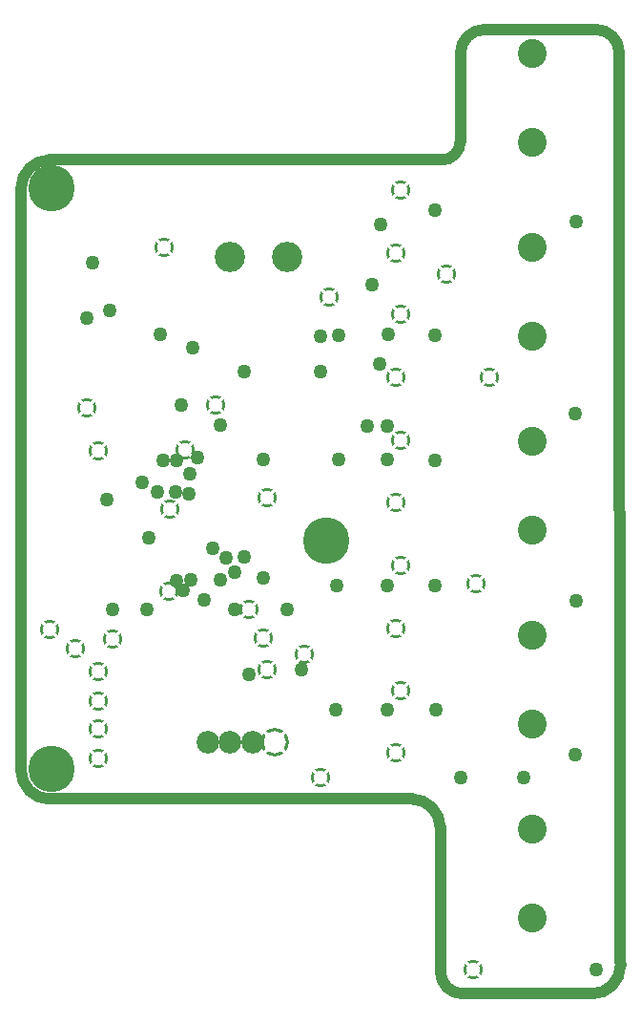
<source format=gbr>
%TF.GenerationSoftware,Altium Limited,Altium Designer,20.1.12 (249)*%
G04 Layer_Physical_Order=2*
G04 Layer_Color=32768*
%FSLAX26Y26*%
%MOIN*%
%TF.SameCoordinates,D7814EA1-E16B-4454-910B-2193EC0156EE*%
%TF.FilePolarity,Negative*%
%TF.FileFunction,Copper,L2,Inr,Plane*%
%TF.Part,Single*%
G01*
G75*
%TA.AperFunction,NonConductor*%
%ADD40C,0.040000*%
%TA.AperFunction,ViaPad*%
%ADD41C,0.162047*%
%TA.AperFunction,ComponentPad*%
%ADD42C,0.079370*%
G04:AMPARAMS|DCode=43|XSize=99.37mil|YSize=99.37mil|CornerRadius=0mil|HoleSize=0mil|Usage=FLASHONLY|Rotation=0.000|XOffset=0mil|YOffset=0mil|HoleType=Round|Shape=Relief|Width=10mil|Gap=10mil|Entries=4|*
%AMTHD43*
7,0,0,0.099370,0.079370,0.010000,45*
%
%ADD43THD43*%
%ADD44C,0.101024*%
%ADD45C,0.106142*%
%TA.AperFunction,ViaPad*%
%ADD46C,0.050000*%
G04:AMPARAMS|DCode=47|XSize=70mil|YSize=70mil|CornerRadius=0mil|HoleSize=0mil|Usage=FLASHONLY|Rotation=0.000|XOffset=0mil|YOffset=0mil|HoleType=Round|Shape=Relief|Width=10mil|Gap=10mil|Entries=4|*
%AMTHD47*
7,0,0,0.070000,0.050000,0.010000,45*
%
%ADD47THD47*%
D40*
X1480000Y590000D02*
G03*
X1380000Y690000I-100000J0D01*
G01*
X1480000Y90000D02*
G03*
X1560000Y10000I80000J0D01*
G01*
X2010000D02*
G03*
X2110000Y110000I0J100000D01*
G01*
X2105119Y3295000D02*
G03*
X2025119Y3375000I-80000J0D01*
G01*
X1635000Y3375000D02*
G03*
X1550000Y3290000I-1J-84999D01*
G01*
X1485000Y2920000D02*
G03*
X1550000Y2985000I0J65000D01*
G01*
X115000Y2920000D02*
G03*
X15000Y2820000I-1J-99999D01*
G01*
X15000Y790000D02*
G03*
X115000Y690000I99999J-1D01*
G01*
X115000D02*
X1380000D01*
X15000Y2820000D02*
X15000Y790000D01*
X115000Y2920000D02*
X1445000Y2920000D01*
X1485000D01*
X1550000Y3290000D02*
X1550000Y2985000D01*
X1635000Y3375000D02*
X2000000D01*
X2025119Y3375000D01*
X2105119Y3295000D02*
X2109837Y120000D01*
X2110000Y110000D01*
X1560000Y10000D02*
X2010000D01*
X1480000Y90000D02*
Y590000D01*
D41*
X1080000Y1590000D02*
D03*
X120000Y795000D02*
D03*
Y2820000D02*
D03*
D42*
X824370Y886654D02*
D03*
X745630D02*
D03*
X666890D02*
D03*
D43*
X903110D02*
D03*
D44*
X1800000Y1262274D02*
D03*
Y951250D02*
D03*
Y1938524D02*
D03*
Y1627500D02*
D03*
Y2614774D02*
D03*
Y2303750D02*
D03*
Y3291024D02*
D03*
Y2980000D02*
D03*
Y586024D02*
D03*
Y275000D02*
D03*
D45*
X745000Y2582018D02*
D03*
X945000D02*
D03*
D46*
X500000Y2310000D02*
D03*
X512349Y1872349D02*
D03*
X575000Y2065000D02*
D03*
X655000Y1385000D02*
D03*
X436620Y1795961D02*
D03*
X315000Y1735000D02*
D03*
X490000Y1760000D02*
D03*
X555000D02*
D03*
X1119427Y1436250D02*
D03*
X1955000Y1380000D02*
D03*
X730000Y1530000D02*
D03*
X760000Y1480000D02*
D03*
X605000Y1825000D02*
D03*
X2025000Y95000D02*
D03*
X1950000Y845000D02*
D03*
X685000Y1565000D02*
D03*
X1950000Y2035000D02*
D03*
X1955000Y2705000D02*
D03*
X795000Y1535000D02*
D03*
X1770000Y765000D02*
D03*
X1550000D02*
D03*
X795000Y2180000D02*
D03*
X615000Y2265000D02*
D03*
X1268750Y2208750D02*
D03*
X1060000Y2180000D02*
D03*
X1125355Y2307105D02*
D03*
X1060000Y2305000D02*
D03*
X600000Y1755000D02*
D03*
X1270000Y2695000D02*
D03*
X1240000Y2485000D02*
D03*
X265000Y2560000D02*
D03*
X325000Y2395000D02*
D03*
X860000Y1875000D02*
D03*
X995000Y1140000D02*
D03*
X945000Y1350000D02*
D03*
X335591Y1351772D02*
D03*
X454409Y1350591D02*
D03*
X608386Y1455000D02*
D03*
X557205Y1452795D02*
D03*
X582795Y1417795D02*
D03*
X460000Y1600000D02*
D03*
X557230Y1870713D02*
D03*
X710000Y1995000D02*
D03*
X630000Y1880000D02*
D03*
X710000Y1455000D02*
D03*
X860000Y1460000D02*
D03*
X760000Y1350000D02*
D03*
X810000Y1125000D02*
D03*
X245000Y2369183D02*
D03*
X1295000Y1990000D02*
D03*
X1225000D02*
D03*
X1296875Y2310000D02*
D03*
X1295000Y1435000D02*
D03*
X1296562Y1875000D02*
D03*
X1125000D02*
D03*
X1115000Y1000000D02*
D03*
X1295000D02*
D03*
X1461705Y2745000D02*
D03*
Y2308750D02*
D03*
Y1873100D02*
D03*
Y1436250D02*
D03*
X1465000Y1000000D02*
D03*
D47*
X695000Y2065000D02*
D03*
X1325000Y2595000D02*
D03*
X1500000Y2520000D02*
D03*
X1595000Y95000D02*
D03*
X1060000Y765000D02*
D03*
X1605000Y1440000D02*
D03*
X1650000Y2160000D02*
D03*
X1090000Y2440000D02*
D03*
X515000Y2615000D02*
D03*
X205000Y1215000D02*
D03*
X115000Y1280000D02*
D03*
X285000Y1905000D02*
D03*
X875000Y1740000D02*
D03*
Y1140000D02*
D03*
X1005000Y1195000D02*
D03*
X335591Y1249409D02*
D03*
X530404Y1414597D02*
D03*
X285000Y830000D02*
D03*
Y935000D02*
D03*
Y1030000D02*
D03*
Y1135000D02*
D03*
X535000Y1700000D02*
D03*
X589313Y1909062D02*
D03*
X860000Y1250000D02*
D03*
X810000Y1350000D02*
D03*
X245000Y2054183D02*
D03*
X1324527Y2160000D02*
D03*
Y1725000D02*
D03*
Y1285000D02*
D03*
Y850000D02*
D03*
X1340000Y1066900D02*
D03*
Y1505000D02*
D03*
Y1940000D02*
D03*
Y2380000D02*
D03*
Y2815000D02*
D03*
%TF.MD5,6a5dc9b8a80701d63f7d84efb8cd5188*%
M02*

</source>
